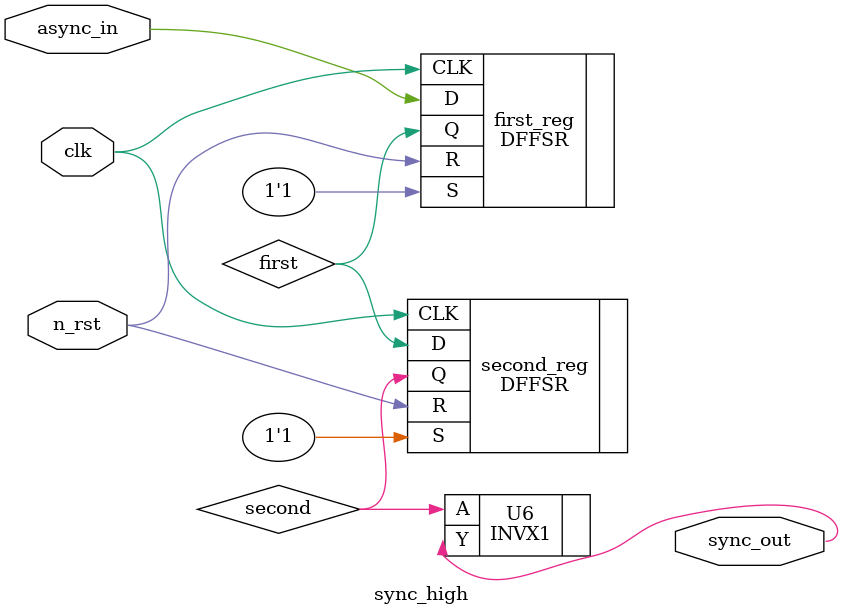
<source format=v>


module sync_high ( clk, async_in, n_rst, sync_out );
  input clk, async_in, n_rst;
  output sync_out;
  wire   second, first;

  DFFSR first_reg ( .D(async_in), .CLK(clk), .R(n_rst), .S(1'b1), .Q(first) );
  DFFSR second_reg ( .D(first), .CLK(clk), .R(n_rst), .S(1'b1), .Q(second) );
  INVX1 U6 ( .A(second), .Y(sync_out) );
endmodule


</source>
